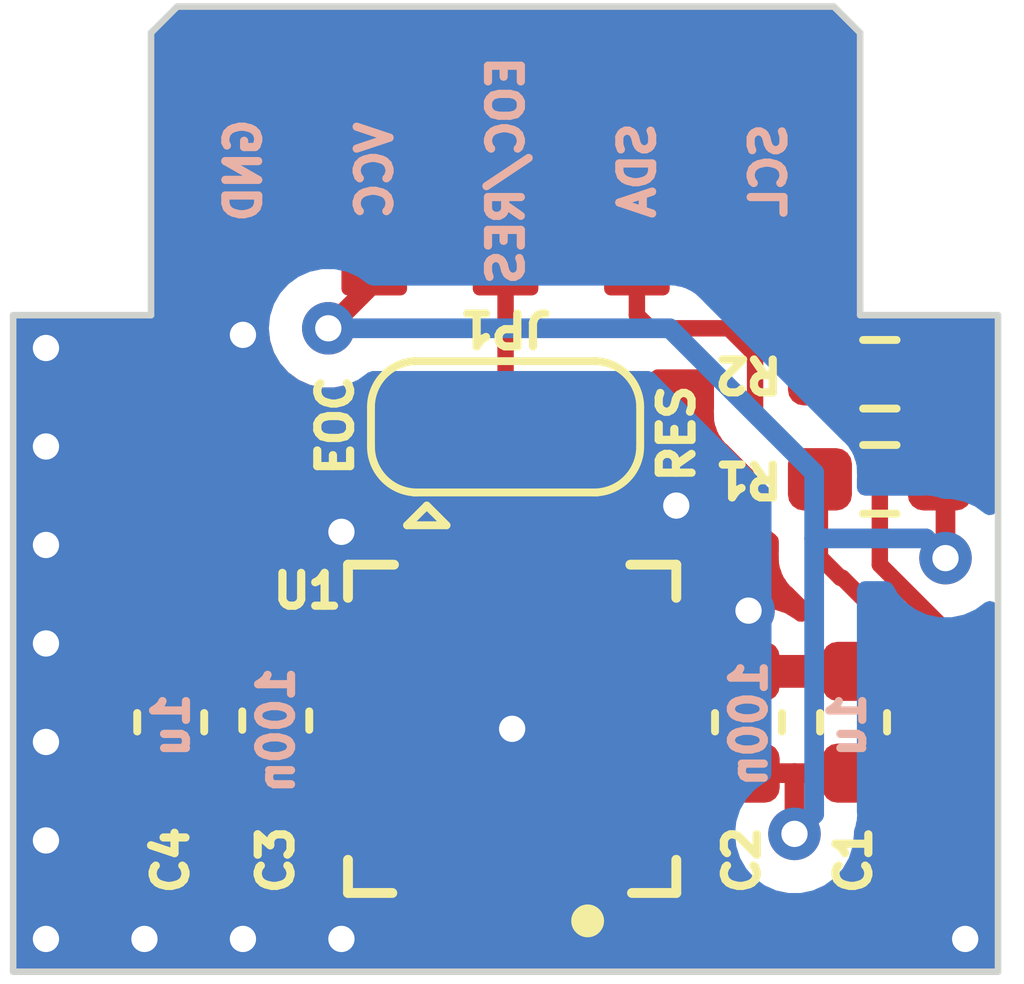
<source format=kicad_pcb>
(kicad_pcb (version 20221018) (generator pcbnew)
  (layers (0 "F.Cu" signal) (31 "B.Cu" signal) (34 "B.Paste" user) (35 "F.Paste" user) (36 "B.SilkS" user "B.Silkscreen") (37 "F.SilkS" user "F.Silkscreen") (38 "B.Mask" user) (39 "F.Mask" user) (44 "Edge.Cuts" user))
  (net 0 "")
  (net 1 "VCC")
  (net 2 "GND")
  (net 3 "Net-(U1-VO+)")
  (net 4 "Net-(U1-VO-)")
  (net 5 "Net-(J3-Pin_1)")
  (net 6 "/SDA")
  (net 7 "/SCL")
  (net 8 "/RESET")
  (net 9 "/EOC")
  (footprint "Capacitor_SMD:C_0603_1608Metric" (layer "F.Cu") (at 132.4 126.2 90)
    (fp_text reference "C4" (at -2.1 0 90) (layer "F.SilkS") (effects (font (size 0.5 0.5) (thickness 0.125) bold)))
    (fp_text value "1u")
    (fp_line (start -0.14058 -0.51) (end 0.14058 -0.51) (stroke (width 0.12)) (layer "F.SilkS"))
    (fp_line (start -0.14058 0.51) (end 0.14058 0.51) (stroke (width 0.12)) (layer "F.SilkS"))
    (pad "1" smd roundrect (at -0.775 0 90) (size 0.9 0.95) (layers "F.Cu" "F.Paste" "F.Mask") (net 3 "Net-(U1-VO+)"))
    (pad "2" smd roundrect (at 0.775 0 90) (size 0.9 0.95) (layers "F.Cu" "F.Paste" "F.Mask") (net 4 "Net-(U1-VO-)"))
  )
  (footprint "Capacitor_SMD:C_0603_1608Metric" (layer "F.Cu") (at 134 126.175 90)
    (fp_text reference "C3" (at -2.125 0 90) (layer "F.SilkS") (effects (font (size 0.5 0.5) (thickness 0.125))))
    (fp_text value "100n")
    (fp_line (start -0.14058 -0.51) (end 0.14058 -0.51) (stroke (width 0.12)) (layer "F.SilkS"))
    (fp_line (start -0.14058 0.51) (end 0.14058 0.51) (stroke (width 0.12)) (layer "F.SilkS"))
    (pad "1" smd roundrect (at -0.775 0 90) (size 0.9 0.95) (layers "F.Cu" "F.Paste" "F.Mask") (net 3 "Net-(U1-VO+)"))
    (pad "2" smd roundrect (at 0.775 0 90) (size 0.9 0.95) (layers "F.Cu" "F.Paste" "F.Mask") (net 4 "Net-(U1-VO-)"))
  )
  (footprint "pad:edge_pin" (layer "F.Cu") (at 141.5 117.7)
    (fp_text reference "J5" hide)
    (fp_text value "Conn_01x01" hide)
    (pad "1" smd roundrect (at 0 0 90) (size 4 1) (layers "F.Cu" "F.Mask") (roundrect_rratio 0.1) (net 7 "/SCL"))
  )
  (footprint "MPRLS:Honeywell-MPRLS0025PA00001AB-0" (layer "F.Cu") (at 137.6 126.3)
    (fp_text reference "U1" (at -3.7 -2.1) (layer "F.SilkS") (effects (font (size 0.5 0.5) (thickness 0.125)) (justify left)))
    (fp_text value "MPRLS0025PA00001AB" hide)
    (fp_line (start -2.5 -2.5) (end -1.8 -2.5) (stroke (width 0.15)) (layer "F.SilkS"))
    (fp_line (start -2.5 -1.995) (end -2.5 -2.5) (stroke (width 0.15)) (layer "F.SilkS"))
    (fp_line (start -2.5 2.5) (end -2.5 1.995) (stroke (width 0.15)) (layer "F.SilkS"))
    (fp_line (start -2.5 2.5) (end -1.825 2.5) (stroke (width 0.15)) (layer "F.SilkS"))
    (fp_line (start 1.8 -2.5) (end 2.5 -2.5) (stroke (width 0.15)) (layer "F.SilkS"))
    (fp_line (start 1.825 2.5) (end 2.5 2.5) (stroke (width 0.15)) (layer "F.SilkS"))
    (fp_line (start 2.5 -1.995) (end 2.5 -2.5) (stroke (width 0.15)) (layer "F.SilkS"))
    (fp_line (start 2.5 2.5) (end 2.5 1.995) (stroke (width 0.15)) (layer "F.SilkS"))
    (fp_circle (center 1.15 2.925) (end 1.275 2.925) (stroke (width 0.25)) (fill none) (layer "F.SilkS"))
    (pad "1" smd rect (at 1.27 2.1) (size 0.7 0.65) (layers "F.Cu" "F.Paste" "F.Mask"))
    (pad "2" smd rect (at 0 2.1) (size 0.7 0.65) (layers "F.Cu" "F.Paste" "F.Mask") (net 6 "/SDA"))
    (pad "3" smd rect (at -1.27 2.1) (size 0.7 0.65) (layers "F.Cu" "F.Paste" "F.Mask") (net 7 "/SCL"))
    (pad "4" smd rect (at -2.1 1.27) (size 0.65 0.7) (layers "F.Cu" "F.Paste" "F.Mask") (net 3 "Net-(U1-VO+)"))
    (pad "5" smd rect (at -2.1 0) (size 0.65 0.7) (layers "F.Cu" "F.Paste" "F.Mask"))
    (pad "6" smd rect (at -2.1 -1.27) (size 0.65 0.7) (layers "F.Cu" "F.Paste" "F.Mask") (net 4 "Net-(U1-VO-)"))
    (pad "7" smd rect (at -1.27 -2.1) (size 0.7 0.65) (layers "F.Cu" "F.Paste" "F.Mask"))
    (pad "8" smd rect (at 0 -2.1) (size 0.7 0.65) (layers "F.Cu" "F.Paste" "F.Mask") (net 9 "/EOC"))
    (pad "9" smd rect (at 1.27 -2.1) (size 0.7 0.65) (layers "F.Cu" "F.Paste" "F.Mask") (net 8 "/RESET"))
    (pad "10" smd rect (at 2.1 -1.27) (size 0.65 0.7) (layers "F.Cu" "F.Paste" "F.Mask") (net 2 "GND"))
    (pad "11" smd rect (at 2.1 0) (size 0.65 0.7) (layers "F.Cu" "F.Paste" "F.Mask"))
    (pad "12" smd rect (at 2.1 1.27) (size 0.65 0.7) (layers "F.Cu" "F.Paste" "F.Mask") (net 1 "VCC"))
  )
  (footprint "Capacitor_SMD:C_0603_1608Metric" (layer "F.Cu") (at 142.8 126.2 90)
    (fp_text reference "C1" (at -2.1 0 90) (layer "F.SilkS") (effects (font (size 0.5 0.5) (thickness 0.125))))
    (fp_text value "1u")
    (fp_line (start -0.14058 -0.51) (end 0.14058 -0.51) (stroke (width 0.12)) (layer "F.SilkS"))
    (fp_line (start -0.14058 0.51) (end 0.14058 0.51) (stroke (width 0.12)) (layer "F.SilkS"))
    (pad "1" smd roundrect (at -0.775 0 90) (size 0.9 0.95) (layers "F.Cu" "F.Paste" "F.Mask") (net 1 "VCC"))
    (pad "2" smd roundrect (at 0.775 0 90) (size 0.9 0.95) (layers "F.Cu" "F.Paste" "F.Mask") (net 2 "GND"))
  )
  (footprint "Resistor_SMD:R_0603_1608Metric_Pad0.98x0.95mm_HandSolder" (layer "F.Cu") (at 143.2 122.5 180)
    (fp_text reference "R1" (at 2 0 180 unlocked) (layer "F.SilkS") (effects (font (size 0.5 0.5) (thickness 0.125))))
    (fp_text value "DNP / 10k")
    (fp_line (start -0.254724 -0.5225) (end 0.254724 -0.5225) (stroke (width 0.12)) (layer "F.SilkS"))
    (fp_line (start -0.254724 0.5225) (end 0.254724 0.5225) (stroke (width 0.12)) (layer "F.SilkS"))
    (pad "1" smd roundrect (at -0.9125 0 180) (size 0.975 0.95) (layers "F.Cu" "F.Paste" "F.Mask") (net 1 "VCC"))
    (pad "2" smd roundrect (at 0.9125 0 180) (size 0.975 0.95) (layers "F.Cu" "F.Paste" "F.Mask") (net 6 "/SDA"))
  )
  (footprint "Capacitor_SMD:C_0603_1608Metric" (layer "F.Cu") (at 141.2 126.2 90)
    (fp_text reference "C2" (at -2.1 -0.1 90) (layer "F.SilkS") (effects (font (size 0.5 0.5) (thickness 0.125))))
    (fp_text value "100n")
    (fp_line (start -0.14058 -0.51) (end 0.14058 -0.51) (stroke (width 0.12)) (layer "F.SilkS"))
    (fp_line (start -0.14058 0.51) (end 0.14058 0.51) (stroke (width 0.12)) (layer "F.SilkS"))
    (pad "1" smd roundrect (at -0.775 0 90) (size 0.9 0.95) (layers "F.Cu" "F.Paste" "F.Mask") (net 1 "VCC"))
    (pad "2" smd roundrect (at 0.775 0 90) (size 0.9 0.95) (layers "F.Cu" "F.Paste" "F.Mask") (net 2 "GND"))
  )
  (footprint "pad:edge_pin" (layer "F.Cu") (at 139.5 117.7)
    (fp_text reference "J4" hide)
    (fp_text value "Conn_01x01" hide)
    (pad "1" smd roundrect (at 0 0 90) (size 4 1) (layers "F.Cu" "F.Mask") (roundrect_rratio 0.1) (net 6 "/SDA"))
  )
  (footprint "Resistor_SMD:R_0603_1608Metric_Pad0.98x0.95mm_HandSolder" (layer "F.Cu") (at 143.2 120.9 180)
    (fp_text reference "R2" (at 2 0 180 unlocked) (layer "F.SilkS") (effects (font (size 0.5 0.5) (thickness 0.125))))
    (fp_text value "DNP / 10k")
    (fp_line (start -0.254724 -0.5225) (end 0.254724 -0.5225) (stroke (width 0.12)) (layer "F.SilkS"))
    (fp_line (start -0.254724 0.5225) (end 0.254724 0.5225) (stroke (width 0.12)) (layer "F.SilkS"))
    (pad "1" smd roundrect (at -0.9125 0 180) (size 0.975 0.95) (layers "F.Cu" "F.Paste" "F.Mask") (net 1 "VCC"))
    (pad "2" smd roundrect (at 0.9125 0 180) (size 0.975 0.95) (layers "F.Cu" "F.Paste" "F.Mask") (net 7 "/SCL"))
  )
  (footprint "pad:edge_pin" (layer "F.Cu") (at 133.5 117.7)
    (fp_text reference "J1" hide)
    (fp_text value "Conn_01x01" hide)
    (pad "1" smd roundrect (at 0 0 90) (size 4 1) (layers "F.Cu" "F.Mask") (roundrect_rratio 0.1) (net 2 "GND"))
  )
  (footprint "pad:edge_pin" (layer "F.Cu") (at 135.5 117.7)
    (fp_text reference "J2" hide)
    (fp_text value "Conn_01x01" hide)
    (pad "1" smd roundrect (at 0 0 90) (size 4 1) (layers "F.Cu" "F.Mask") (roundrect_rratio 0.1) (net 1 "VCC"))
  )
  (footprint "pad:edge_pin" (layer "F.Cu") (at 137.5 117.7)
    (fp_text reference "J3" hide)
    (fp_text value "Conn_01x01" hide)
    (pad "1" smd roundrect (at 0 0 90) (size 4 1) (layers "F.Cu" "F.Mask") (roundrect_rratio 0.1) (net 5 "Net-(J3-Pin_1)"))
  )
  (footprint "Jumper:SolderJumper-3_P1.3mm_Bridged12_RoundedPad1.0x1.5mm" (layer "F.Cu") (at 137.5 121.7)
    (fp_text reference "JP1" (at 0 -1.5 180 unlocked) (layer "F.SilkS") (effects (font (size 0.5 0.5) (thickness 0.125))))
    (fp_text value "SolderJumper_3_Bridged12" hide)
    (fp_poly (pts (xy -0.9 -0.3) (xy -0.4 -0.3) (xy -0.4 0.3) (xy -0.9 0.3)) (fill solid) (layer "F.Cu"))
    (fp_line (start -2.05 0.3) (end -2.05 -0.3) (stroke (width 0.12)) (layer "F.SilkS"))
    (fp_line (start -1.5 1.5) (end -0.9 1.5) (stroke (width 0.12)) (layer "F.SilkS"))
    (fp_line (start -1.4 -1) (end 1.4 -1) (stroke (width 0.12)) (layer "F.SilkS"))
    (fp_line (start -1.2 1.2) (end -1.5 1.5) (stroke (width 0.12)) (layer "F.SilkS"))
    (fp_line (start -1.2 1.2) (end -0.9 1.5) (stroke (width 0.12)) (layer "F.SilkS"))
    (fp_line (start 1.4 1) (end -1.4 1) (stroke (width 0.12)) (layer "F.SilkS"))
    (fp_line (start 2.05 -0.3) (end 2.05 0.3) (stroke (width 0.12)) (layer "F.SilkS"))
    (fp_arc (start -2.05 -0.3) (mid -1.844975 -0.794975) (end -1.35 -1) (stroke (width 0.12)) (layer "F.SilkS"))
    (fp_arc (start -1.35 1) (mid -1.844975 0.794975) (end -2.05 0.3) (stroke (width 0.12)) (layer "F.SilkS"))
    (fp_arc (start 1.35 -1) (mid 1.844975 -0.794975) (end 2.05 -0.3) (stroke (width 0.12)) (layer "F.SilkS"))
    (fp_arc (start 2.05 0.3) (mid 1.844975 0.794975) (end 1.35 1) (stroke (width 0.12)) (layer "F.SilkS"))
    (pad "1" smd custom (at -1.3 0) (size 1 0.5) (layers "F.Cu" "F.Mask") (net 9 "/EOC") (options (clearance outline) (anchor rect)) (primitives (gr_circle (center 0 0.25) (end 0.5 0.25) (width 0) (fill yes)) (gr_circle (center 0 -0.25) (end 0.5 -0.25) (width 0) (fill yes)) (gr_poly (pts (xy 0.55 0.75) (xy 0 0.75) (xy 0 -0.75) (xy 0.55 -0.75)) (width 0) (fill yes))))
    (pad "2" smd rect (at 0 0) (size 1 1.5) (layers "F.Cu" "F.Mask") (net 5 "Net-(J3-Pin_1)"))
    (pad "3" smd custom (at 1.3 0) (size 1 0.5) (layers "F.Cu" "F.Mask") (net 8 "/RESET") (options (clearance outline) (anchor rect)) (primitives (gr_circle (center 0 0.25) (end 0.5 0.25) (width 0) (fill yes)) (gr_circle (center 0 -0.25) (end 0.5 -0.25) (width 0) (fill yes)) (gr_poly (pts (xy 0 0.75) (xy -0.55 0.75) (xy -0.55 -0.75) (xy 0 -0.75)) (width 0) (fill yes))))
  )
  (gr_line (start 130 130) (end 145 130) (stroke (width 0.1)) (layer "Edge.Cuts"))
  (gr_line (start 142.9 115.7) (end 142.9 120) (stroke (width 0.1)) (layer "Edge.Cuts"))
  (gr_line (start 132.5 115.3) (end 132.1 115.7) (stroke (width 0.1)) (layer "Edge.Cuts"))
  (gr_line (start 145 130) (end 145 120) (stroke (width 0.1)) (layer "Edge.Cuts"))
  (gr_line (start 142.9 120) (end 145 120) (stroke (width 0.1)) (layer "Edge.Cuts"))
  (gr_line (start 130 130) (end 130 120) (stroke (width 0.1)) (layer "Edge.Cuts"))
  (gr_line (start 130 120) (end 132.1 120) (stroke (width 0.1)) (layer "Edge.Cuts"))
  (gr_line (start 142.5 115.3) (end 142.9 115.7) (stroke (width 0.1)) (layer "Edge.Cuts"))
  (gr_line (start 132.5 115.3) (end 142.5 115.3) (stroke (width 0.1)) (layer "Edge.Cuts"))
  (gr_line (start 132.1 120) (end 132.1 115.7) (stroke (width 0.1)) (layer "Edge.Cuts"))
  (gr_text "1u" (at 132.7 125.7 90) (layer "B.SilkS") (effects (font (size 0.5 0.5) (thickness 0.125) bold) (justify left bottom mirror)))
  (gr_text "100n" (at 134.3 125.3 90) (layer "B.SilkS") (effects (font (size 0.5 0.5) (thickness 0.125) bold) (justify left bottom mirror)))
  (gr_text "EOC/RES" (at 137.8 116 90) (layer "B.SilkS") (effects (font (size 0.5 0.5) (thickness 0.125) bold) (justify left bottom mirror)))
  (gr_text "VCC" (at 135.8 117.000001 90) (layer "B.SilkS") (effects (font (size 0.5 0.5) (thickness 0.125) bold) (justify left bottom mirror)))
  (gr_text "SCL" (at 141.8 117.02381 90) (layer "B.SilkS") (effects (font (size 0.5 0.5) (thickness 0.125) bold) (justify left bottom mirror)))
  (gr_text "100n" (at 141.5 125.2 90) (layer "B.SilkS") (effects (font (size 0.5 0.5) (thickness 0.125) bold) (justify left bottom mirror)))
  (gr_text "SDA" (at 139.8 117.011906 90) (layer "B.SilkS") (effects (font (size 0.5 0.5) (thickness 0.125) bold) (justify left bottom mirror)))
  (gr_text "GND" (at 133.8 116.952381 90) (layer "B.SilkS") (effects (font (size 0.5 0.5) (thickness 0.125) bold) (justify left bottom mirror)))
  (gr_text "1u" (at 143 125.7 90) (layer "B.SilkS") (effects (font (size 0.5 0.5) (thickness 0.125) bold) (justify left bottom mirror)))
  (gr_text "EOC" (at 135.2 122.5 90) (layer "F.SilkS") (effects (font (size 0.5 0.5) (thickness 0.125) bold) (justify left bottom)))
  (gr_text "RES" (at 140.4 122.6 90) (layer "F.SilkS") (effects (font (size 0.5 0.5) (thickness 0.125) bold) (justify left bottom)))
  (segment (start 140.605 127.57) (end 141.2 126.975) (width 0.3) (layer "F.Cu") (net 1))
  (segment (start 144.1125 121.7) (end 144.1125 122.5) (width 0.3) (layer "F.Cu") (net 1))
  (segment (start 141.9 127.9) (end 141.9 126.975) (width 0.3) (layer "F.Cu") (net 1))
  (segment (start 142.8 126.975) (end 141.9 126.975) (width 0.3) (layer "F.Cu") (net 1))
  (segment (start 135.5 117.7) (end 135.5 119.5) (width 0.3) (layer "F.Cu") (net 1))
  (segment (start 141.9 126.975) (end 141.2 126.975) (width 0.3) (layer "F.Cu") (net 1))
  (segment (start 139.7 127.57) (end 140.605 127.57) (width 0.3) (layer "F.Cu") (net 1))
  (segment (start 144.2 123.7) (end 144.2 122.5875) (width 0.3) (layer "F.Cu") (net 1))
  (segment (start 144.2 122.5875) (end 144.1125 122.5) (width 0.3) (layer "F.Cu") (net 1))
  (segment (start 144.1125 120.9) (end 144.1125 121.7) (width 0.3) (layer "F.Cu") (net 1))
  (segment (start 135.5 119.5) (end 134.8 120.2) (width 0.3) (layer "F.Cu") (net 1))
  (via (at 134.8 120.2) (size 0.8) (drill 0.4) (layers "F.Cu" "B.Cu") (net 1))
  (via (at 144.2 123.7) (size 0.8) (drill 0.4) (layers "F.Cu" "B.Cu") (net 1))
  (via (at 141.9 127.9) (size 0.8) (drill 0.4) (layers "F.Cu" "B.Cu") (net 1))
  (segment (start 142.2 123.4) (end 143.9 123.4) (width 0.3) (layer "B.Cu") (net 1))
  (segment (start 142.2 127.6) (end 141.9 127.9) (width 0.3) (layer "B.Cu") (net 1))
  (segment (start 142.2 122.4) (end 142.2 123.4) (width 0.3) (layer "B.Cu") (net 1))
  (segment (start 143.9 123.4) (end 144.2 123.7) (width 0.3) (layer "B.Cu") (net 1))
  (segment (start 134.8 120.2) (end 140 120.2) (width 0.3) (layer "B.Cu") (net 1))
  (segment (start 140 120.2) (end 142.2 122.4) (width 0.3) (layer "B.Cu") (net 1))
  (segment (start 142.2 123.4) (end 142.2 127.6) (width 0.3) (layer "B.Cu") (net 1))
  (segment (start 139.7 125.03) (end 140.805 125.03) (width 0.3) (layer "F.Cu") (net 2))
  (segment (start 140.805 125.03) (end 141.2 125.425) (width 0.3) (layer "F.Cu") (net 2))
  (segment (start 142.8 125.425) (end 141.2 125.425) (width 0.3) (layer "F.Cu") (net 2))
  (segment (start 133.5 117.7) (end 133.5 120.3) (width 0.3) (layer "F.Cu") (net 2))
  (segment (start 141.2 125.425) (end 141.2 124.5) (width 0.3) (layer "F.Cu") (net 2))
  (via (at 135 129.5) (size 0.8) (drill 0.4) (layers "F.Cu" "B.Cu") (net 2))
  (via (at 130.5 123.5) (size 0.8) (drill 0.4) (layers "F.Cu" "B.Cu") (net 2))
  (via (at 141.2 124.5) (size 0.8) (drill 0.4) (layers "F.Cu" "B.Cu") (net 2))
  (via (at 130.5 125) (size 0.8) (drill 0.4) (layers "F.Cu" "B.Cu") (net 2))
  (via (at 133.5 129.5) (size 0.8) (drill 0.4) (layers "F.Cu" "B.Cu") (net 2))
  (via (at 130.5 122) (size 0.8) (drill 0.4) (layers "F.Cu" "B.Cu") (net 2))
  (via (at 137.6 126.3) (size 0.8) (drill 0.4) (layers "F.Cu" "B.Cu") (net 2))
  (via (at 140.1 122.9) (size 0.8) (drill 0.4) (layers "F.Cu" "B.Cu") (net 2))
  (via (at 130.5 126.5) (size 0.8) (drill 0.4) (layers "F.Cu" "B.Cu") (net 2))
  (via (at 144.5 129.5) (size 0.8) (drill 0.4) (layers "F.Cu" "B.Cu") (net 2))
  (via (at 130.5 120.5) (size 0.8) (drill 0.4) (layers "F.Cu" "B.Cu") (net 2))
  (via (at 130.5 129.5) (size 0.8) (drill 0.4) (layers "F.Cu" "B.Cu") (net 2))
  (via (at 133.5 120.3) (size 0.8) (drill 0.4) (layers "F.Cu" "B.Cu") (net 2))
  (via (at 135 123.3) (size 0.8) (drill 0.4) (layers "F.Cu" "B.Cu") (net 2))
  (via (at 132 129.5) (size 0.8) (drill 0.4) (layers "F.Cu" "B.Cu") (net 2))
  (via (at 130.5 128) (size 0.8) (drill 0.4) (layers "F.Cu" "B.Cu") (net 2))
  (segment (start 135.5 127.57) (end 134.62 127.57) (width 0.25) (layer "F.Cu") (net 3))
  (segment (start 134.62 127.57) (end 134 126.95) (width 0.25) (layer "F.Cu") (net 3))
  (segment (start 132.4 126.975) (end 133.975 126.975) (width 0.25) (layer "F.Cu") (net 3))
  (segment (start 133.975 126.975) (end 134 126.95) (width 0.25) (layer "F.Cu") (net 3))
  (segment (start 135.5 125.03) (end 134.37 125.03) (width 0.25) (layer "F.Cu") (net 4))
  (segment (start 133.975 125.425) (end 134 125.4) (width 0.25) (layer "F.Cu") (net 4))
  (segment (start 134.37 125.03) (end 134 125.4) (width 0.25) (layer "F.Cu") (net 4))
  (segment (start 132.4 125.425) (end 133.975 125.425) (width 0.25) (layer "F.Cu") (net 4))
  (segment (start 137.5 117.7) (end 137.5 121.7) (width 0.25) (layer "F.Cu") (net 5))
  (segment (start 143.6 124.972183) (end 142.627817 124) (width 0.25) (layer "F.Cu") (net 6))
  (segment (start 141.3 121.5125) (end 142.2875 122.5) (width 0.25) (layer "F.Cu") (net 6))
  (segment (start 139.7 120.2) (end 140.9 120.2) (width 0.25) (layer "F.Cu") (net 6))
  (segment (start 139.5 120) (end 139.7 120.2) (width 0.25) (layer "F.Cu") (net 6))
  (segment (start 143.6 127.7) (end 143.6 124.972183) (width 0.25) (layer "F.Cu") (net 6))
  (segment (start 142.627817 124) (end 142.6 124) (width 0.25) (layer "F.Cu") (net 6))
  (segment (start 139.5 117.7) (end 139.5 120) (width 0.25) (layer "F.Cu") (net 6))
  (segment (start 140.9 120.2) (end 141.3 120.6) (width 0.25) (layer "F.Cu") (net 6))
  (segment (start 142.2875 123.6875) (end 142.2875 122.5) (width 0.25) (layer "F.Cu") (net 6))
  (segment (start 137.6 128.4) (end 137.6 128.75) (width 0.25) (layer "F.Cu") (net 6))
  (segment (start 141.3 120.6) (end 141.3 121.5125) (width 0.25) (layer "F.Cu") (net 6))
  (segment (start 142.25 129.05) (end 143.6 127.7) (width 0.25) (layer "F.Cu") (net 6))
  (segment (start 137.9 129.05) (end 142.25 129.05) (width 0.25) (layer "F.Cu") (net 6))
  (segment (start 142.6 124) (end 142.2875 123.6875) (width 0.25) (layer "F.Cu") (net 6))
  (segment (start 137.6 128.75) (end 137.9 129.05) (width 0.25) (layer "F.Cu") (net 6))
  (segment (start 144.2 124.8) (end 143.2 123.8) (width 0.25) (layer "F.Cu") (net 7))
  (segment (start 143.2 123.8) (end 143.2 121.6) (width 0.25) (layer "F.Cu") (net 7))
  (segment (start 142.6 129.5) (end 144.2 127.9) (width 0.25) (layer "F.Cu") (net 7))
  (segment (start 141.5 120.1125) (end 142.2875 120.9) (width 0.25) (layer "F.Cu") (net 7))
  (segment (start 144.2 127.9) (end 144.2 124.8) (width 0.25) (layer "F.Cu") (net 7))
  (segment (start 136.33 128.4) (end 136.33 129.23) (width 0.25) (layer "F.Cu") (net 7))
  (segment (start 142.5 120.9) (end 142.2875 120.9) (width 0.25) (layer "F.Cu") (net 7))
  (segment (start 136.6 129.5) (end 142.6 129.5) (width 0.25) (layer "F.Cu") (net 7))
  (segment (start 143.2 121.6) (end 142.5 120.9) (width 0.25) (layer "F.Cu") (net 7))
  (segment (start 141.5 117.7) (end 141.5 120.1125) (width 0.25) (layer "F.Cu") (net 7))
  (segment (start 136.33 129.23) (end 136.6 129.5) (width 0.25) (layer "F.Cu") (net 7))
  (segment (start 138.87 122.97) (end 138.8 122.9) (width 0.25) (layer "F.Cu") (net 8))
  (segment (start 138.87 124.2) (end 138.87 122.97) (width 0.25) (layer "F.Cu") (net 8))
  (segment (start 138.8 122.9) (end 138.8 121.7) (width 0.25) (layer "F.Cu") (net 8))
  (segment (start 137.6 124.2) (end 137.6 123.4) (width 0.25) (layer "F.Cu") (net 9))
  (segment (start 136.4 123.1) (end 136.2 122.9) (width 0.25) (layer "F.Cu") (net 9))
  (segment (start 137.3 123.1) (end 136.4 123.1) (width 0.25) (layer "F.Cu") (net 9))
  (segment (start 136.2 122.9) (end 136.2 121.7) (width 0.25) (layer "F.Cu") (net 9))
  (segment (start 137.6 123.4) (end 137.3 123.1) (width 0.25) (layer "F.Cu") (net 9))
  (zone (net 2) (net_name "GND") (layers "F&B.Cu") (connect_pads (clearance 0.5)) (min_thickness 0.25) (fill yes (thermal_gap 0.5) (thermal_bridge_width 0.5))
    (polygon (pts (xy 129.8 115.2) (xy 145.3 115.2) (xy 145.3 130.2) (xy 129.8 130.2)))
  )
)
</source>
